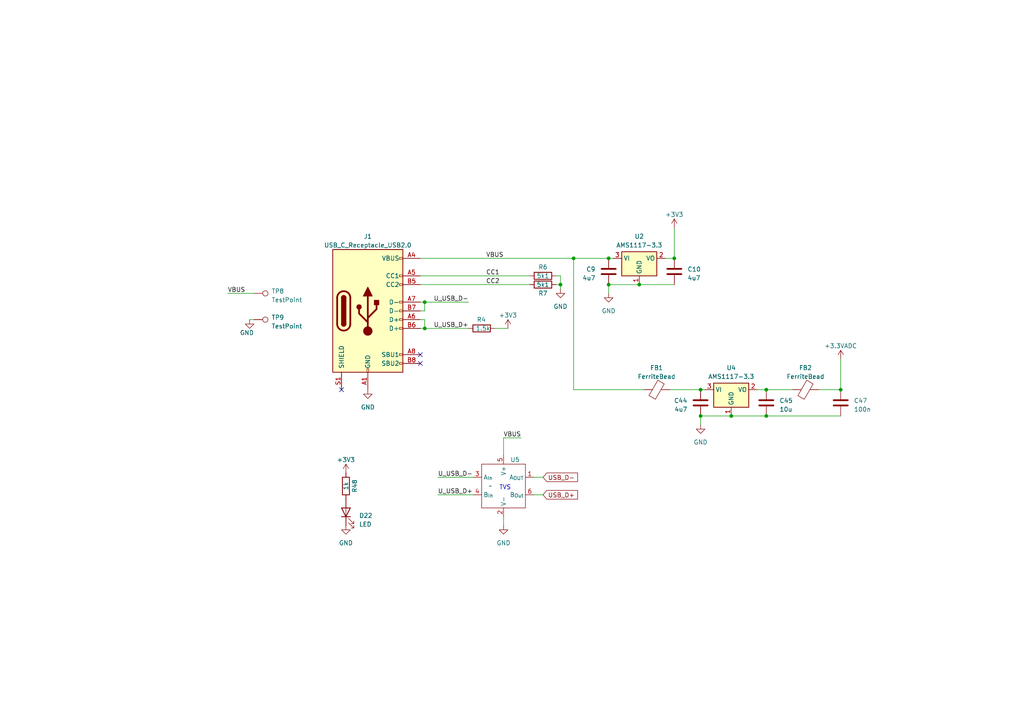
<source format=kicad_sch>
(kicad_sch (version 20230121) (generator eeschema)
  (paper "A4")
  (title_block (title "Power supplies") (date "2023-03-19") (rev "000") (company "[JS]"))
  (lib_symbols
    (symbol "Connector:TestPoint" (pin_numbers hide) (pin_names (offset 0.762) hide)
      (property "Reference" "TP" (at 0 6.858 0))
      (property "Value" "TestPoint" (at 0 5.08 0))
      (symbol "TestPoint_0_1"
        (circle (center 0 3.302) (radius 0.762))
      )
      (symbol "TestPoint_1_1"
        (pin passive line (at 0 0 90) (length 2.54) (name "1") (number "1"))
      )
    )
    (symbol "Connector:USB_C_Receptacle_USB2.0" (pin_names (offset 1.016))
      (property "Reference" "J" (at -10.16 19.05 0))
      (property "Value" "USB_C_Receptacle_USB2.0" (at 19.05 19.05 0))
      (symbol "USB_C_Receptacle_USB2.0_0_0"
        (rectangle (start -0.254 -17.78) (end 0.254 -16.764))
        (rectangle (start 10.16 -14.986) (end 9.144 -15.494))
        (rectangle (start 10.16 -12.446) (end 9.144 -12.954))
        (rectangle (start 10.16 -4.826) (end 9.144 -5.334))
        (rectangle (start 10.16 -2.286) (end 9.144 -2.794))
        (rectangle (start 10.16 0.254) (end 9.144 -0.254))
        (rectangle (start 10.16 2.794) (end 9.144 2.286))
        (rectangle (start 10.16 7.874) (end 9.144 7.366))
        (rectangle (start 10.16 10.414) (end 9.144 9.906))
        (rectangle (start 10.16 15.494) (end 9.144 14.986))
      )
      (symbol "USB_C_Receptacle_USB2.0_0_1"
        (rectangle (start -10.16 17.78) (end 10.16 -17.78) (stroke (width 0.254)) (fill (type background)))
        (arc (start -8.89 -3.81) (mid -6.985 -5.7067) (end -5.08 -3.81) (stroke (width 0.508)))
        (arc (start -7.62 -3.81) (mid -6.985 -4.4423) (end -6.35 -3.81) (stroke (width 0.254)))
        (arc (start -7.62 -3.81) (mid -6.985 -4.4423) (end -6.35 -3.81) (stroke (width 0.254)) (fill (type outline)))
        (rectangle (start -7.62 -3.81) (end -6.35 3.81) (stroke (width 0.254)) (fill (type outline)))
        (arc (start -6.35 3.81) (mid -6.985 4.4423) (end -7.62 3.81) (stroke (width 0.254)))
        (arc (start -6.35 3.81) (mid -6.985 4.4423) (end -7.62 3.81) (stroke (width 0.254)) (fill (type outline)))
        (arc (start -5.08 3.81) (mid -6.985 5.7067) (end -8.89 3.81) (stroke (width 0.508)))
        (circle (center -2.54 1.143) (radius 0.635) (stroke (width 0.254)) (fill (type outline)))
        (circle (center 0 -5.842) (radius 1.27) (fill (type outline)))
        (polyline (pts (xy -8.89 -3.81) (xy -8.89 3.81)) (stroke (width 0.508)))
        (polyline (pts (xy -5.08 3.81) (xy -5.08 -3.81)) (stroke (width 0.508)))
        (polyline (pts (xy 0 -5.842) (xy 0 4.318)) (stroke (width 0.508)))
        (polyline (pts (xy 0 -3.302) (xy -2.54 -0.762) (xy -2.54 0.508)) (stroke (width 0.508)))
        (polyline (pts (xy 0 -2.032) (xy 2.54 0.508) (xy 2.54 1.778)) (stroke (width 0.508)))
        (polyline (pts (xy -1.27 4.318) (xy 0 6.858) (xy 1.27 4.318) (xy -1.27 4.318)) (stroke (width 0.254)) (fill (type outline)))
        (rectangle (start 1.905 1.778) (end 3.175 3.048) (stroke (width 0.254)) (fill (type outline)))
      )
      (symbol "USB_C_Receptacle_USB2.0_1_1"
        (pin passive line (at 0 -22.86 90) (length 5.08) (name "GND") (number "A1"))
        (pin passive line (at 0 -22.86 90) (length 5.08) hide (name "GND") (number "A12"))
        (pin passive line (at 15.24 15.24 180) (length 5.08) (name "VBUS") (number "A4"))
        (pin bidirectional line (at 15.24 10.16 180) (length 5.08) (name "CC1") (number "A5"))
        (pin bidirectional line (at 15.24 -2.54 180) (length 5.08) (name "D+") (number "A6"))
        (pin bidirectional line (at 15.24 2.54 180) (length 5.08) (name "D-") (number "A7"))
        (pin bidirectional line (at 15.24 -12.7 180) (length 5.08) (name "SBU1") (number "A8"))
        (pin passive line (at 15.24 15.24 180) (length 5.08) hide (name "VBUS") (number "A9"))
        (pin passive line (at 0 -22.86 90) (length 5.08) hide (name "GND") (number "B1"))
        (pin passive line (at 0 -22.86 90) (length 5.08) hide (name "GND") (number "B12"))
        (pin passive line (at 15.24 15.24 180) (length 5.08) hide (name "VBUS") (number "B4"))
        (pin bidirectional line (at 15.24 7.62 180) (length 5.08) (name "CC2") (number "B5"))
        (pin bidirectional line (at 15.24 -5.08 180) (length 5.08) (name "D+") (number "B6"))
        (pin bidirectional line (at 15.24 0 180) (length 5.08) (name "D-") (number "B7"))
        (pin bidirectional line (at 15.24 -15.24 180) (length 5.08) (name "SBU2") (number "B8"))
        (pin passive line (at 15.24 15.24 180) (length 5.08) hide (name "VBUS") (number "B9"))
        (pin passive line (at -7.62 -22.86 90) (length 5.08) (name "SHIELD") (number "S1"))
      )
    )
    (symbol "Device:C" (pin_numbers hide) (pin_names (offset 0.254))
      (property "Reference" "C" (at 0.635 2.54 0))
      (property "Value" "C" (at 0.635 -2.54 0))
      (symbol "C_0_1"
        (polyline (pts (xy -2.032 -0.762) (xy 2.032 -0.762)) (stroke (width 0.508)))
        (polyline (pts (xy -2.032 0.762) (xy 2.032 0.762)) (stroke (width 0.508)))
      )
      (symbol "C_1_1"
        (pin passive line (at 0 3.81 270) (length 2.794) (name "~") (number "1"))
        (pin passive line (at 0 -3.81 90) (length 2.794) (name "~") (number "2"))
      )
    )
    (symbol "Device:FerriteBead" (pin_numbers hide) (pin_names (offset 0))
      (property "Reference" "FB" (at -3.81 0.635 90))
      (property "Value" "FerriteBead" (at 3.81 0 90))
      (symbol "FerriteBead_0_1"
        (polyline (pts (xy 0 -1.27) (xy 0 -1.2192)))
        (polyline (pts (xy 0 1.27) (xy 0 1.2954)))
        (polyline (pts (xy -2.7686 0.4064) (xy -1.7018 2.2606) (xy 2.7686 -0.3048) (xy 1.6764 -2.159) (xy -2.7686 0.4064)))
      )
      (symbol "FerriteBead_1_1"
        (pin passive line (at 0 3.81 270) (length 2.54) (name "~") (number "1"))
        (pin passive line (at 0 -3.81 90) (length 2.54) (name "~") (number "2"))
      )
    )
    (symbol "Device:LED" (pin_numbers hide) (pin_names (offset 1.016) hide)
      (property "Reference" "D" (at 0 2.54 0))
      (property "Value" "LED" (at 0 -2.54 0))
      (symbol "LED_0_1"
        (polyline (pts (xy -1.27 -1.27) (xy -1.27 1.27)) (stroke (width 0.254)))
        (polyline (pts (xy -1.27 0) (xy 1.27 0)))
        (polyline (pts (xy 1.27 -1.27) (xy 1.27 1.27) (xy -1.27 0) (xy 1.27 -1.27)) (stroke (width 0.254)))
        (polyline (pts (xy -3.048 -0.762) (xy -4.572 -2.286) (xy -3.81 -2.286) (xy -4.572 -2.286) (xy -4.572 -1.524)))
        (polyline (pts (xy -1.778 -0.762) (xy -3.302 -2.286) (xy -2.54 -2.286) (xy -3.302 -2.286) (xy -3.302 -1.524)))
      )
      (symbol "LED_1_1"
        (pin passive line (at -3.81 0 0) (length 2.54) (name "K") (number "1"))
        (pin passive line (at 3.81 0 180) (length 2.54) (name "A") (number "2"))
      )
    )
    (symbol "Device:R" (pin_numbers hide) (pin_names (offset 0))
      (property "Reference" "R" (at 2.032 0 90))
      (property "Value" "R" (at 0 0 90))
      (symbol "R_0_1"
        (rectangle (start -1.016 -2.54) (end 1.016 2.54) (stroke (width 0.254)))
      )
      (symbol "R_1_1"
        (pin passive line (at 0 3.81 270) (length 1.27) (name "~") (number "1"))
        (pin passive line (at 0 -3.81 90) (length 1.27) (name "~") (number "2"))
      )
    )
    (symbol "Power_Protection:CM1231"
      (property "Reference" "U" (at -1.27 7.62 0))
      (symbol "CM1231_0_1"
        (rectangle (start -2.54 6.35) (end 10.16 -6.35))
      )
      (symbol "CM1231_1_1"
        (pin input line (at 12.7 2.54 180) (length 2.54) (name "A_{OUT}") (number "1"))
        (pin input line (at 3.81 -8.89 90) (length 2.54) (name "V-") (number "2"))
        (pin input line (at -5.08 2.54 0) (length 2.54) (name "A_{In}") (number "3"))
        (pin input line (at -5.08 -2.54 0) (length 2.54) (name "B_{In}") (number "4"))
        (pin input line (at 3.81 8.89 270) (length 2.54) (name "V+") (number "5"))
        (pin input line (at 12.7 -2.54 180) (length 2.54) (name "B_{Out}") (number "6"))
      )
    )
    (symbol "Regulator_Linear:AMS1117-3.3"
      (property "Reference" "U" (at -3.81 3.175 0))
      (property "Value" "AMS1117-3.3" (at 0 3.175 0))
      (symbol "AMS1117-3.3_0_1"
        (rectangle (start -5.08 -5.08) (end 5.08 1.905) (stroke (width 0.254)) (fill (type background)))
      )
      (symbol "AMS1117-3.3_1_1"
        (pin power_in line (at 0 -7.62 90) (length 2.54) (name "GND") (number "1"))
        (pin power_out line (at 7.62 0 180) (length 2.54) (name "VO") (number "2"))
        (pin power_in line (at -7.62 0 0) (length 2.54) (name "VI") (number "3"))
      )
    )
    (symbol "power:+3.3VADC" (power) (pin_names (offset 0))
      (property "Value" "+3.3VADC" (at 0 2.54 0))
      (symbol "+3.3VADC_0_0"
        (pin power_in line (at 0 0 90) (length 0) hide (name "+3.3VADC") (number "1"))
      )
      (symbol "+3.3VADC_0_1"
        (polyline (pts (xy -0.762 1.27) (xy 0 2.54)))
        (polyline (pts (xy 0 0) (xy 0 2.54)))
        (polyline (pts (xy 0 2.54) (xy 0.762 1.27)))
      )
    )
    (symbol "power:+3V3" (power) (pin_names (offset 0))
      (property "Value" "+3V3" (at 0 3.556 0))
      (symbol "+3V3_0_1"
        (polyline (pts (xy -0.762 1.27) (xy 0 2.54)))
        (polyline (pts (xy 0 0) (xy 0 2.54)))
        (polyline (pts (xy 0 2.54) (xy 0.762 1.27)))
      )
      (symbol "+3V3_1_1"
        (pin power_in line (at 0 0 90) (length 0) hide (name "+3V3") (number "1"))
      )
    )
    (symbol "power:GND" (power) (pin_names (offset 0))
      (property "Value" "GND" (at 0 -3.81 0))
      (symbol "GND_0_1"
        (polyline (pts (xy 0 0) (xy 0 -1.27) (xy 1.27 -1.27) (xy 0 -2.54) (xy -1.27 -1.27) (xy 0 -1.27)))
      )
      (symbol "GND_1_1"
        (pin power_in line (at 0 0 270) (length 0) hide (name "GND") (number "1"))
      )
    )
  )
  (junction (at 243.84 113.03))
  (junction (at 162.56 82.55))
  (junction (at 185.42 82.55))
  (junction (at 123.19 95.25))
  (junction (at 123.19 87.63))
  (junction (at 166.37 74.93))
  (junction (at 203.2 113.03))
  (junction (at 222.25 113.03))
  (junction (at 195.58 74.93))
  (junction (at 203.2 120.65))
  (junction (at 176.53 74.93))
  (junction (at 222.25 120.65))
  (junction (at 176.53 82.55))
  (junction (at 212.09 120.65))
  (no_connect (at 99.06 113.03))
  (no_connect (at 121.92 102.87))
  (no_connect (at 121.92 105.41))
  (wire (pts (xy 151.13 127) (xy 146.05 127)))
  (wire (pts (xy 127 143.51) (xy 137.16 143.51)))
  (wire (pts (xy 195.58 66.04) (xy 195.58 74.93)))
  (wire (pts (xy 193.04 74.93) (xy 195.58 74.93)))
  (wire (pts (xy 157.48 143.51) (xy 154.94 143.51)))
  (wire (pts (xy 203.2 120.65) (xy 212.09 120.65)))
  (wire (pts (xy 161.29 80.01) (xy 162.56 80.01)))
  (wire (pts (xy 222.25 113.03) (xy 229.87 113.03)))
  (wire (pts (xy 203.2 120.65) (xy 203.2 123.19)))
  (wire (pts (xy 121.92 87.63) (xy 123.19 87.63)))
  (wire (pts (xy 219.71 113.03) (xy 222.25 113.03)))
  (wire (pts (xy 123.19 95.25) (xy 121.92 95.25)))
  (wire (pts (xy 194.31 113.03) (xy 203.2 113.03)))
  (wire (pts (xy 121.92 82.55) (xy 153.67 82.55)))
  (wire (pts (xy 121.92 90.17) (xy 123.19 90.17)))
  (wire (pts (xy 176.53 82.55) (xy 176.53 85.09)))
  (wire (pts (xy 162.56 80.01) (xy 162.56 82.55)))
  (wire (pts (xy 166.37 74.93) (xy 176.53 74.93)))
  (wire (pts (xy 146.05 149.86) (xy 146.05 152.4)))
  (wire (pts (xy 123.19 92.71) (xy 123.19 95.25)))
  (wire (pts (xy 166.37 74.93) (xy 166.37 113.03)))
  (wire (pts (xy 243.84 104.14) (xy 243.84 113.03)))
  (wire (pts (xy 176.53 82.55) (xy 185.42 82.55)))
  (wire (pts (xy 212.09 120.65) (xy 222.25 120.65)))
  (wire (pts (xy 123.19 87.63) (xy 135.89 87.63)))
  (wire (pts (xy 123.19 92.71) (xy 121.92 92.71)))
  (wire (pts (xy 166.37 113.03) (xy 186.69 113.03)))
  (wire (pts (xy 203.2 113.03) (xy 204.47 113.03)))
  (wire (pts (xy 185.42 82.55) (xy 195.58 82.55)))
  (wire (pts (xy 123.19 90.17) (xy 123.19 87.63)))
  (wire (pts (xy 237.49 113.03) (xy 243.84 113.03)))
  (wire (pts (xy 121.92 74.93) (xy 166.37 74.93)))
  (wire (pts (xy 157.48 138.43) (xy 154.94 138.43)))
  (wire (pts (xy 162.56 82.55) (xy 161.29 82.55)))
  (wire (pts (xy 72.39 92.71) (xy 73.66 92.71)))
  (wire (pts (xy 66.04 85.09) (xy 73.66 85.09)))
  (wire (pts (xy 127 138.43) (xy 137.16 138.43)))
  (wire (pts (xy 222.25 120.65) (xy 243.84 120.65)))
  (wire (pts (xy 146.05 127) (xy 146.05 132.08)))
  (wire (pts (xy 176.53 74.93) (xy 177.8 74.93)))
  (wire (pts (xy 143.51 95.25) (xy 147.32 95.25)))
  (wire (pts (xy 153.67 80.01) (xy 121.92 80.01)))
  (wire (pts (xy 162.56 83.82) (xy 162.56 82.55)))
  (wire (pts (xy 123.19 95.25) (xy 135.89 95.25)))
  (text "TVS" (at 144.78 142.24 0) (effects (font (size 1.27 1.27)) (justify left bottom)))
  (label "U_USB_D+" (at 135.89 95.25 180))
  (label "CC2" (at 140.97 82.55 0))
  (label "VBUS" (at 66.04 85.09 0))
  (label "U_USB_D-" (at 127 138.43 0))
  (label "U_USB_D+" (at 127 143.51 0))
  (label "U_USB_D-" (at 135.89 87.63 180))
  (label "VBUS" (at 151.13 127 180))
  (label "VBUS" (at 140.97 74.93 0))
  (label "CC1" (at 140.97 80.01 0))
  (global_label "USB_D+" (shape input) (at 157.48 143.51 0) (property "Intersheetrefs" "${INTERSHEET_REFS}" (effects hide)))
  (global_label "USB_D-" (shape input) (at 157.48 138.43 0) (property "Intersheetrefs" "${INTERSHEET_REFS}" (effects hide)))
  (symbol (lib_id "Regulator_Linear:AMS1117-3.3") (at 212.09 113.03 0) (unit 1)
    (property "Reference" "U4" (at 212.09 106.68 0))
    (property "Value" "AMS1117-3.3" (at 212.09 109.22 0))
    (property "Footprint" "Package_TO_SOT_SMD:SOT-223-3_TabPin2" (effects hide))
    (property "Datasheet" "http://www.advanced-monolithic.com/pdf/ds1117.pdf" (effects hide))
  )
  (symbol (lib_id "power:GND") (at 106.68 113.03 0) (unit 1)
    (property "Reference" "#PWR09" (effects hide))
    (property "Value" "GND" (at 106.68 118.11 0))
  )
  (symbol (lib_id "Device:LED") (at 100.33 148.59 90) (unit 1)
    (property "Reference" "D22" (at 104.14 149.5425 90) (effects (justify right)))
    (property "Value" "LED" (at 104.14 152.0825 90) (effects (justify right)))
    (property "Footprint" "LED_SMD:LED_0805_2012Metric" (effects hide))
  )
  (symbol (lib_id "power:+3V3") (at 100.33 137.16 0) (unit 1)
    (property "Reference" "#PWR086" (effects hide))
    (property "Value" "+3V3" (at 100.33 133.35 0))
  )
  (symbol (lib_id "Device:C") (at 222.25 116.84 0) (unit 1)
    (property "Reference" "C45" (at 226.06 116.205 0) (effects (justify left)))
    (property "Value" "10u" (at 226.06 118.745 0) (effects (justify left)))
    (property "Footprint" "Capacitor_SMD:C_0805_2012Metric" (effects hide))
  )
  (symbol (lib_id "power:+3V3") (at 195.58 66.04 0) (unit 1)
    (property "Reference" "#PWR013" (effects hide))
    (property "Value" "+3V3" (at 195.58 62.23 0))
  )
  (symbol (lib_id "power:+3.3VADC") (at 243.84 104.14 0) (unit 1)
    (property "Reference" "#PWR078" (effects hide))
    (property "Value" "+3.3VADC" (at 243.84 100.33 0))
  )
  (symbol (lib_id "power:GND") (at 176.53 85.09 0) (unit 1)
    (property "Reference" "#PWR012" (effects hide))
    (property "Value" "GND" (at 176.53 90.17 0))
  )
  (symbol (lib_id "Connector:TestPoint") (at 73.66 92.71 270) (unit 1)
    (property "Reference" "TP9" (at 78.74 92.075 90) (effects (justify left)))
    (property "Value" "TestPoint" (at 78.74 94.615 90) (effects (justify left)))
    (property "Footprint" "TestPoint:TestPoint_Pad_2.0x2.0mm" (effects hide))
  )
  (symbol (lib_id "power:+3V3") (at 147.32 95.25 0) (unit 1)
    (property "Reference" "#PWR07" (effects hide))
    (property "Value" "+3V3" (at 147.32 91.44 0))
  )
  (symbol (lib_id "Connector:TestPoint") (at 73.66 85.09 270) (unit 1)
    (property "Reference" "TP8" (at 78.74 84.455 90) (effects (justify left)))
    (property "Value" "TestPoint" (at 78.74 86.995 90) (effects (justify left)))
    (property "Footprint" "TestPoint:TestPoint_Pad_2.0x2.0mm" (effects hide))
  )
  (symbol (lib_id "Regulator_Linear:AMS1117-3.3") (at 185.42 74.93 0) (unit 1)
    (property "Reference" "U2" (at 185.42 68.58 0))
    (property "Value" "AMS1117-3.3" (at 185.42 71.12 0))
    (property "Footprint" "Package_TO_SOT_SMD:SOT-223-3_TabPin2" (effects hide))
    (property "Datasheet" "http://www.advanced-monolithic.com/pdf/ds1117.pdf" (effects hide))
  )
  (symbol (lib_id "Device:R") (at 157.48 82.55 270) (unit 1)
    (property "Reference" "R7" (at 157.48 85.09 90))
    (property "Value" "5k1" (at 157.48 82.55 90))
    (property "Footprint" "Resistor_SMD:R_0805_2012Metric" (effects hide))
  )
  (symbol (lib_id "Device:FerriteBead") (at 233.68 113.03 90) (unit 1)
    (property "Reference" "FB2" (at 233.6292 106.68 90))
    (property "Value" "FerriteBead" (at 233.6292 109.22 90))
    (property "Footprint" "Inductor_SMD:L_0805_2012Metric" (effects hide))
  )
  (symbol (lib_id "power:GND") (at 100.33 152.4 0) (unit 1)
    (property "Reference" "#PWR087" (effects hide))
    (property "Value" "GND" (at 100.33 157.48 0))
  )
  (symbol (lib_id "Device:C") (at 176.53 78.74 0) (mirror y) (unit 1)
    (property "Reference" "C9" (at 172.72 78.105 0) (effects (justify left)))
    (property "Value" "4u7" (at 172.72 80.645 0) (effects (justify left)))
    (property "Footprint" "Capacitor_SMD:C_0805_2012Metric" (effects hide))
  )
  (symbol (lib_id "Device:C") (at 243.84 116.84 0) (unit 1)
    (property "Reference" "C47" (at 247.65 116.205 0) (effects (justify left)))
    (property "Value" "100n" (at 247.65 118.745 0) (effects (justify left)))
    (property "Footprint" "Capacitor_SMD:C_0805_2012Metric" (effects hide))
  )
  (symbol (lib_id "Device:R") (at 139.7 95.25 90) (unit 1)
    (property "Reference" "R4" (at 140.97 92.71 90) (effects (justify left)))
    (property "Value" "1.5k" (at 142.24 95.25 90) (effects (justify left)))
    (property "Footprint" "Resistor_SMD:R_0805_2012Metric" (effects hide))
    (instances (project "SimpleECG_v0" (path "" (reference "R4") (unit 1)) (path "" (reference "R4") (unit 1))) (project "EEG" (path "" (reference "R18") (unit 1))))
  )
  (symbol (lib_id "Device:C") (at 203.2 116.84 0) (mirror y) (unit 1)
    (property "Reference" "C44" (at 199.39 116.205 0) (effects (justify left)))
    (property "Value" "4u7" (at 199.39 118.745 0) (effects (justify left)))
    (property "Footprint" "Capacitor_SMD:C_0805_2012Metric" (effects hide))
  )
  (symbol (lib_id "Device:R") (at 100.33 140.97 0) (unit 1)
    (property "Reference" "R48" (at 102.87 140.97 90))
    (property "Value" "1k" (at 100.33 140.97 90))
    (property "Footprint" "Resistor_SMD:R_0805_2012Metric" (effects hide))
  )
  (symbol (lib_id "Connector:USB_C_Receptacle_USB2.0") (at 106.68 90.17 0) (unit 1)
    (property "Reference" "J1" (at 106.68 68.58 0))
    (property "Value" "USB_C_Receptacle_USB2.0" (at 106.68 71.12 0))
    (property "Footprint" "Connector_USB:USB_C_Receptacle_GCT_USB4105-xx-A_16P_TopMnt_Horizontal" (effects hide))
    (property "Datasheet" "https://www.usb.org/sites/default/files/documents/usb_type-c.zip" (effects hide))
  )
  (symbol (lib_id "Device:FerriteBead") (at 190.5 113.03 90) (unit 1)
    (property "Reference" "FB1" (at 190.4492 106.68 90))
    (property "Value" "FerriteBead" (at 190.4492 109.22 90))
    (property "Footprint" "Inductor_SMD:L_0805_2012Metric" (effects hide))
  )
  (symbol (lib_id "Power_Protection:CM1231") (at 142.24 140.97 0) (unit 1)
    (property "Reference" "U5" (at 148.0059 133.35 0) (effects (justify left)))
    (property "Value" "~" (at 142.24 140.97 0))
    (property "Footprint" "Package_TO_SOT_SMD:SOT-23-6" (effects hide))
  )
  (symbol (lib_id "Device:R") (at 157.48 80.01 90) (unit 1)
    (property "Reference" "R6" (at 157.48 77.47 90))
    (property "Value" "5k1" (at 157.48 80.01 90))
    (property "Footprint" "Resistor_SMD:R_0805_2012Metric" (effects hide))
  )
  (symbol (lib_id "power:GND") (at 72.39 92.71 0) (unit 1)
    (property "Reference" "#PWR082" (effects hide))
    (property "Value" "GND" (at 73.66 96.52 0) (effects (justify right)))
  )
  (symbol (lib_id "power:GND") (at 162.56 83.82 0) (unit 1)
    (property "Reference" "#PWR010" (effects hide))
    (property "Value" "GND" (at 162.56 88.9 0))
  )
  (symbol (lib_id "power:GND") (at 203.2 123.19 0) (unit 1)
    (property "Reference" "#PWR077" (effects hide))
    (property "Value" "GND" (at 203.2 128.27 0))
  )
  (symbol (lib_id "Device:C") (at 195.58 78.74 0) (unit 1)
    (property "Reference" "C10" (at 199.39 78.105 0) (effects (justify left)))
    (property "Value" "4u7" (at 199.39 80.645 0) (effects (justify left)))
    (property "Footprint" "Capacitor_SMD:C_0805_2012Metric" (effects hide))
  )
  (symbol (lib_id "power:GND") (at 146.05 152.4 0) (unit 1)
    (property "Reference" "#PWR081" (effects hide))
    (property "Value" "GND" (at 146.05 157.48 0))
  )
)
</source>
